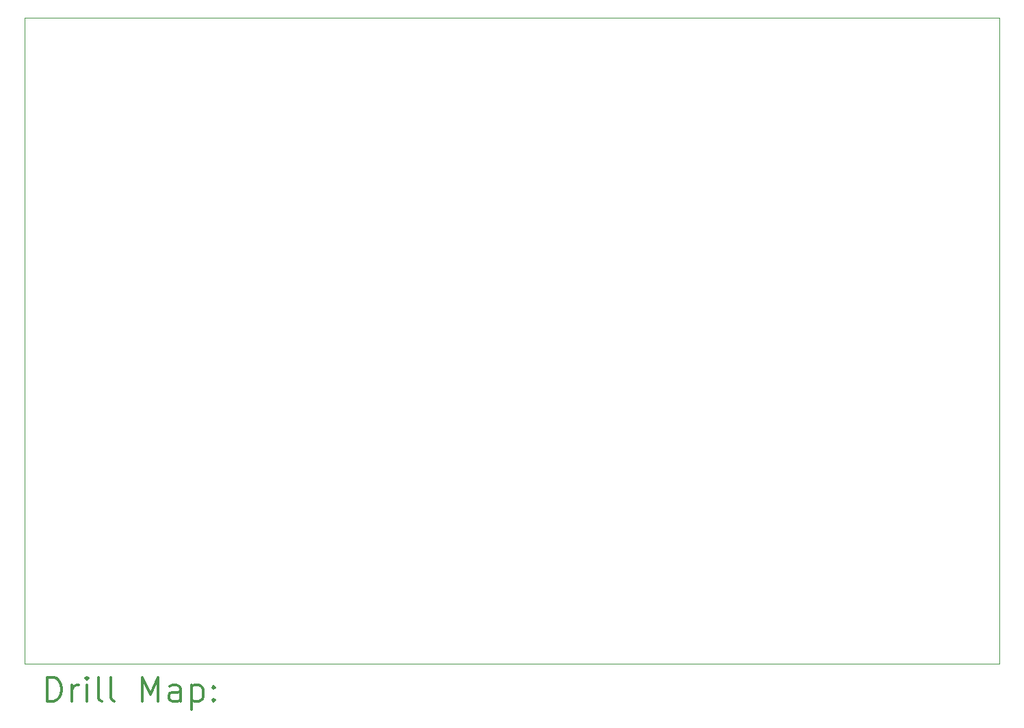
<source format=gbr>
%FSLAX45Y45*%
G04 Gerber Fmt 4.5, Leading zero omitted, Abs format (unit mm)*
G04 Created by KiCad (PCBNEW (5.1.7)-1) date 2021-03-18 15:35:46*
%MOMM*%
%LPD*%
G01*
G04 APERTURE LIST*
%TA.AperFunction,Profile*%
%ADD10C,0.050000*%
%TD*%
%ADD11C,0.200000*%
%ADD12C,0.300000*%
G04 APERTURE END LIST*
D10*
X4699000Y-4699000D02*
X4699000Y-12700000D01*
X16764000Y-4699000D02*
X4699000Y-4699000D01*
X16764000Y-12700000D02*
X16764000Y-4699000D01*
X4699000Y-12700000D02*
X16764000Y-12700000D01*
D11*
D12*
X4982928Y-13168214D02*
X4982928Y-12868214D01*
X5054357Y-12868214D01*
X5097214Y-12882500D01*
X5125786Y-12911071D01*
X5140071Y-12939643D01*
X5154357Y-12996786D01*
X5154357Y-13039643D01*
X5140071Y-13096786D01*
X5125786Y-13125357D01*
X5097214Y-13153929D01*
X5054357Y-13168214D01*
X4982928Y-13168214D01*
X5282928Y-13168214D02*
X5282928Y-12968214D01*
X5282928Y-13025357D02*
X5297214Y-12996786D01*
X5311500Y-12982500D01*
X5340071Y-12968214D01*
X5368643Y-12968214D01*
X5468643Y-13168214D02*
X5468643Y-12968214D01*
X5468643Y-12868214D02*
X5454357Y-12882500D01*
X5468643Y-12896786D01*
X5482928Y-12882500D01*
X5468643Y-12868214D01*
X5468643Y-12896786D01*
X5654357Y-13168214D02*
X5625786Y-13153929D01*
X5611500Y-13125357D01*
X5611500Y-12868214D01*
X5811500Y-13168214D02*
X5782928Y-13153929D01*
X5768643Y-13125357D01*
X5768643Y-12868214D01*
X6154357Y-13168214D02*
X6154357Y-12868214D01*
X6254357Y-13082500D01*
X6354357Y-12868214D01*
X6354357Y-13168214D01*
X6625786Y-13168214D02*
X6625786Y-13011071D01*
X6611500Y-12982500D01*
X6582928Y-12968214D01*
X6525786Y-12968214D01*
X6497214Y-12982500D01*
X6625786Y-13153929D02*
X6597214Y-13168214D01*
X6525786Y-13168214D01*
X6497214Y-13153929D01*
X6482928Y-13125357D01*
X6482928Y-13096786D01*
X6497214Y-13068214D01*
X6525786Y-13053929D01*
X6597214Y-13053929D01*
X6625786Y-13039643D01*
X6768643Y-12968214D02*
X6768643Y-13268214D01*
X6768643Y-12982500D02*
X6797214Y-12968214D01*
X6854357Y-12968214D01*
X6882928Y-12982500D01*
X6897214Y-12996786D01*
X6911500Y-13025357D01*
X6911500Y-13111071D01*
X6897214Y-13139643D01*
X6882928Y-13153929D01*
X6854357Y-13168214D01*
X6797214Y-13168214D01*
X6768643Y-13153929D01*
X7040071Y-13139643D02*
X7054357Y-13153929D01*
X7040071Y-13168214D01*
X7025786Y-13153929D01*
X7040071Y-13139643D01*
X7040071Y-13168214D01*
X7040071Y-12982500D02*
X7054357Y-12996786D01*
X7040071Y-13011071D01*
X7025786Y-12996786D01*
X7040071Y-12982500D01*
X7040071Y-13011071D01*
M02*

</source>
